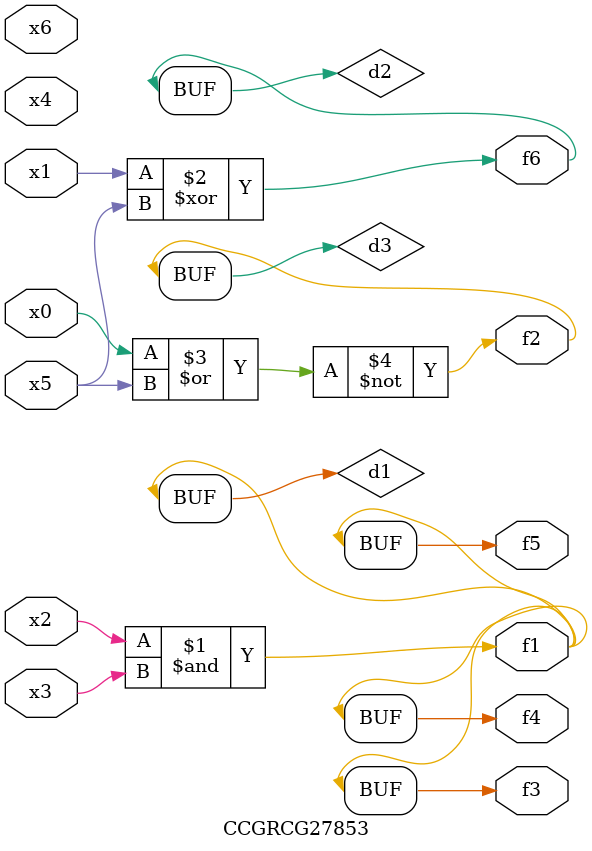
<source format=v>
module CCGRCG27853(
	input x0, x1, x2, x3, x4, x5, x6,
	output f1, f2, f3, f4, f5, f6
);

	wire d1, d2, d3;

	and (d1, x2, x3);
	xor (d2, x1, x5);
	nor (d3, x0, x5);
	assign f1 = d1;
	assign f2 = d3;
	assign f3 = d1;
	assign f4 = d1;
	assign f5 = d1;
	assign f6 = d2;
endmodule

</source>
